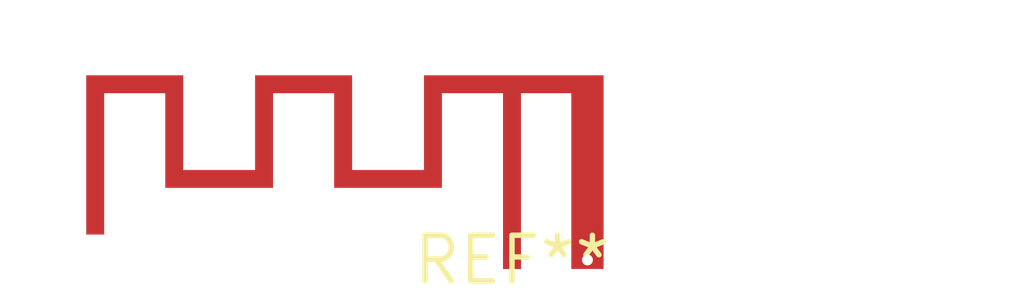
<source format=kicad_pcb>
(kicad_pcb (version 20240108) (generator pcbnew)
  (layers (0 "F.Cu" signal) (31 "B.Cu" signal) (34 "B.Paste" user) (35 "F.Paste" user) (36 "B.SilkS" user "B.Silkscreen") (37 "F.SilkS" user "F.Silkscreen") (38 "B.Mask" user) (39 "F.Mask" user) (44 "Edge.Cuts" user))
  (net 0 "")
  (footprint "Texas_SWRA117D_2.4GHz_Left" (layer "F.Cu") (at 0 0)
    (property "Reference" "REF**")
    (property "Value" "Texas_SWRA117D_2.4GHz_Left")
    (fp_poly (pts (xy -2.45 -2.51) (xy -4.45 -2.51) (xy -4.45 -5.15) (xy -7.15 -5.15) (xy -7.15 -2.51) (xy -9.15 -2.51) (xy -9.15 -5.15) (xy -11.85 -5.15) (xy -11.85 -0.71) (xy -11.35 -0.71) (xy -11.35 -4.65) (xy -9.65 -4.65) (xy -9.65 -2.01) (xy -6.65 -2.01) (xy -6.65 -4.65) (xy -4.95 -4.65) (xy -4.95 -2.01) (xy -1.95 -2.01) (xy -1.95 -4.65) (xy -0.25 -4.65) (xy -0.25 0.25) (xy 0.25 0.25) (xy 0.25 -4.65) (xy 1.65 -4.65) (xy 1.65 0.25) (xy 2.55 0.25) (xy 2.55 0.006785) (xy 2.247583 0.006785) (xy 2.237742 0.054395) (xy 2.213674 0.096797) (xy 2.175731 0.129581) (xy 2.167819 0.133935) (xy 2.125156 0.146043) (xy 2.076637 0.1453) (xy 2.031122 0.1324) (xy 2.012511 0.121787) (xy 1.978868 0.086553) (xy 1.958309 0.041368) (xy 1.951778 -0.008158) (xy 1.960218 -0.056417) (xy 1.977112 -0.088643) (xy 2.012372 -0.121313) (xy 2.057682 -0.141408) (xy 2.107267 -0.147982) (xy 2.155353 -0.140092) (xy 2.188245 -0.123186) (xy 2.223185 -0.086416) (xy 2.242847 -0.041622) (xy 2.247583 0.006785) (xy 2.55 0.006785) (xy 2.55 -5.15) (xy -2.45 -5.15) (xy -2.45 -2.51)) (layer "F.Cu") (fill solid))
    (pad "1" connect rect (at 0 0) (size 0.5 0.5) (layers "F.Cu"))
    (pad "2" thru_hole rect (at 2.1 0) (size 0.9 0.5) (drill 0.3) (layers *.Cu) (remove_unused_layers))
  )
)
</source>
